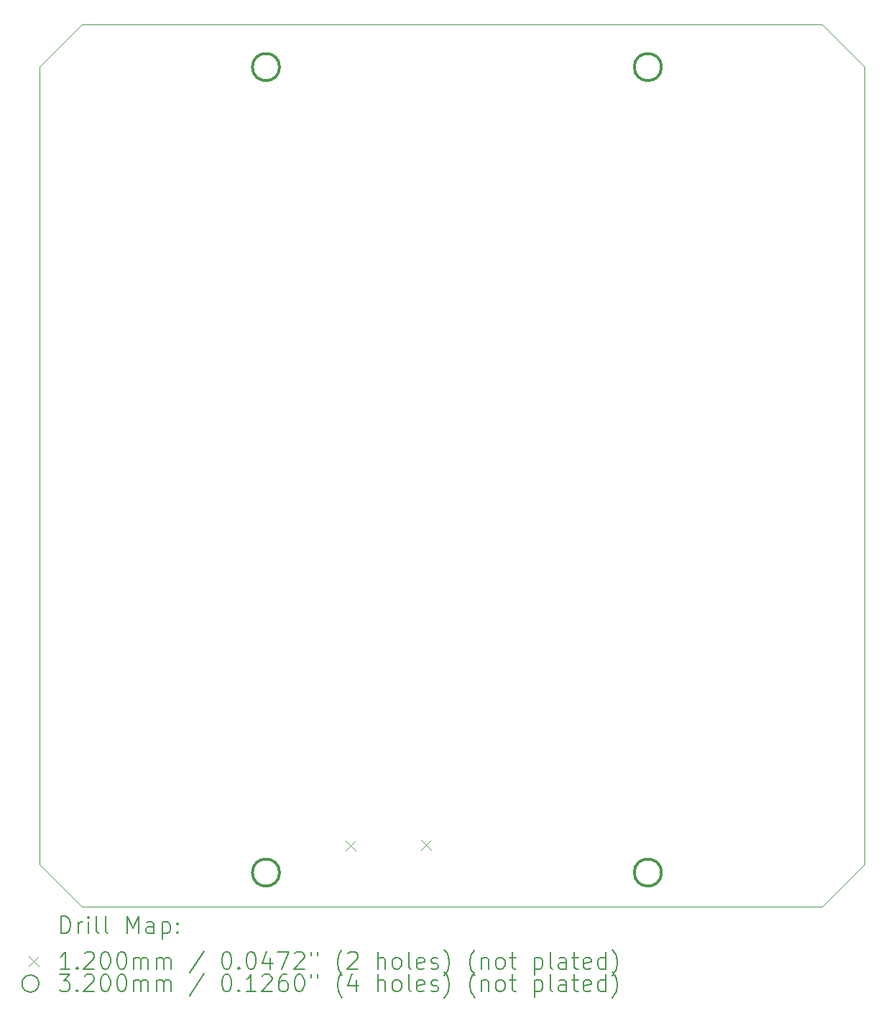
<source format=gbr>
%TF.GenerationSoftware,KiCad,Pcbnew,9.0.0*%
%TF.CreationDate,2025-04-21T19:14:22+01:00*%
%TF.ProjectId,LED_Hub,4c45445f-4875-4622-9e6b-696361645f70,rev?*%
%TF.SameCoordinates,Original*%
%TF.FileFunction,Drillmap*%
%TF.FilePolarity,Positive*%
%FSLAX45Y45*%
G04 Gerber Fmt 4.5, Leading zero omitted, Abs format (unit mm)*
G04 Created by KiCad (PCBNEW 9.0.0) date 2025-04-21 19:14:22*
%MOMM*%
%LPD*%
G01*
G04 APERTURE LIST*
%ADD10C,0.100000*%
%ADD11C,0.200000*%
%ADD12C,0.120000*%
%ADD13C,0.320000*%
G04 APERTURE END LIST*
D10*
X11580000Y-4000000D02*
X11080000Y-4500000D01*
X20300000Y-4000000D02*
X20800000Y-4500000D01*
X11580000Y-14400000D02*
X11080000Y-13900000D01*
X20300000Y-14400000D02*
X20800000Y-13900000D01*
X11080000Y-13900000D02*
X11080000Y-4500000D01*
X20800000Y-13900000D02*
X20800000Y-4500000D01*
X20300000Y-4000000D02*
X11580000Y-4000000D01*
X20300000Y-14400000D02*
X11580000Y-14400000D01*
D11*
D12*
X14687500Y-13622500D02*
X14807500Y-13742500D01*
X14807500Y-13622500D02*
X14687500Y-13742500D01*
X15575000Y-13615000D02*
X15695000Y-13735000D01*
X15695000Y-13615000D02*
X15575000Y-13735000D01*
D13*
X13910000Y-4500000D02*
G75*
G02*
X13590000Y-4500000I-160000J0D01*
G01*
X13590000Y-4500000D02*
G75*
G02*
X13910000Y-4500000I160000J0D01*
G01*
X13910000Y-14000000D02*
G75*
G02*
X13590000Y-14000000I-160000J0D01*
G01*
X13590000Y-14000000D02*
G75*
G02*
X13910000Y-14000000I160000J0D01*
G01*
X18410000Y-4500000D02*
G75*
G02*
X18090000Y-4500000I-160000J0D01*
G01*
X18090000Y-4500000D02*
G75*
G02*
X18410000Y-4500000I160000J0D01*
G01*
X18410000Y-14000000D02*
G75*
G02*
X18090000Y-14000000I-160000J0D01*
G01*
X18090000Y-14000000D02*
G75*
G02*
X18410000Y-14000000I160000J0D01*
G01*
D11*
X11335777Y-14716484D02*
X11335777Y-14516484D01*
X11335777Y-14516484D02*
X11383396Y-14516484D01*
X11383396Y-14516484D02*
X11411967Y-14526008D01*
X11411967Y-14526008D02*
X11431015Y-14545055D01*
X11431015Y-14545055D02*
X11440539Y-14564103D01*
X11440539Y-14564103D02*
X11450062Y-14602198D01*
X11450062Y-14602198D02*
X11450062Y-14630769D01*
X11450062Y-14630769D02*
X11440539Y-14668865D01*
X11440539Y-14668865D02*
X11431015Y-14687912D01*
X11431015Y-14687912D02*
X11411967Y-14706960D01*
X11411967Y-14706960D02*
X11383396Y-14716484D01*
X11383396Y-14716484D02*
X11335777Y-14716484D01*
X11535777Y-14716484D02*
X11535777Y-14583150D01*
X11535777Y-14621246D02*
X11545301Y-14602198D01*
X11545301Y-14602198D02*
X11554824Y-14592674D01*
X11554824Y-14592674D02*
X11573872Y-14583150D01*
X11573872Y-14583150D02*
X11592920Y-14583150D01*
X11659586Y-14716484D02*
X11659586Y-14583150D01*
X11659586Y-14516484D02*
X11650062Y-14526008D01*
X11650062Y-14526008D02*
X11659586Y-14535531D01*
X11659586Y-14535531D02*
X11669110Y-14526008D01*
X11669110Y-14526008D02*
X11659586Y-14516484D01*
X11659586Y-14516484D02*
X11659586Y-14535531D01*
X11783396Y-14716484D02*
X11764348Y-14706960D01*
X11764348Y-14706960D02*
X11754824Y-14687912D01*
X11754824Y-14687912D02*
X11754824Y-14516484D01*
X11888158Y-14716484D02*
X11869110Y-14706960D01*
X11869110Y-14706960D02*
X11859586Y-14687912D01*
X11859586Y-14687912D02*
X11859586Y-14516484D01*
X12116729Y-14716484D02*
X12116729Y-14516484D01*
X12116729Y-14516484D02*
X12183396Y-14659341D01*
X12183396Y-14659341D02*
X12250062Y-14516484D01*
X12250062Y-14516484D02*
X12250062Y-14716484D01*
X12431015Y-14716484D02*
X12431015Y-14611722D01*
X12431015Y-14611722D02*
X12421491Y-14592674D01*
X12421491Y-14592674D02*
X12402443Y-14583150D01*
X12402443Y-14583150D02*
X12364348Y-14583150D01*
X12364348Y-14583150D02*
X12345301Y-14592674D01*
X12431015Y-14706960D02*
X12411967Y-14716484D01*
X12411967Y-14716484D02*
X12364348Y-14716484D01*
X12364348Y-14716484D02*
X12345301Y-14706960D01*
X12345301Y-14706960D02*
X12335777Y-14687912D01*
X12335777Y-14687912D02*
X12335777Y-14668865D01*
X12335777Y-14668865D02*
X12345301Y-14649817D01*
X12345301Y-14649817D02*
X12364348Y-14640293D01*
X12364348Y-14640293D02*
X12411967Y-14640293D01*
X12411967Y-14640293D02*
X12431015Y-14630769D01*
X12526253Y-14583150D02*
X12526253Y-14783150D01*
X12526253Y-14592674D02*
X12545301Y-14583150D01*
X12545301Y-14583150D02*
X12583396Y-14583150D01*
X12583396Y-14583150D02*
X12602443Y-14592674D01*
X12602443Y-14592674D02*
X12611967Y-14602198D01*
X12611967Y-14602198D02*
X12621491Y-14621246D01*
X12621491Y-14621246D02*
X12621491Y-14678388D01*
X12621491Y-14678388D02*
X12611967Y-14697436D01*
X12611967Y-14697436D02*
X12602443Y-14706960D01*
X12602443Y-14706960D02*
X12583396Y-14716484D01*
X12583396Y-14716484D02*
X12545301Y-14716484D01*
X12545301Y-14716484D02*
X12526253Y-14706960D01*
X12707205Y-14697436D02*
X12716729Y-14706960D01*
X12716729Y-14706960D02*
X12707205Y-14716484D01*
X12707205Y-14716484D02*
X12697682Y-14706960D01*
X12697682Y-14706960D02*
X12707205Y-14697436D01*
X12707205Y-14697436D02*
X12707205Y-14716484D01*
X12707205Y-14592674D02*
X12716729Y-14602198D01*
X12716729Y-14602198D02*
X12707205Y-14611722D01*
X12707205Y-14611722D02*
X12697682Y-14602198D01*
X12697682Y-14602198D02*
X12707205Y-14592674D01*
X12707205Y-14592674D02*
X12707205Y-14611722D01*
D12*
X10955000Y-14985000D02*
X11075000Y-15105000D01*
X11075000Y-14985000D02*
X10955000Y-15105000D01*
D11*
X11440539Y-15136484D02*
X11326253Y-15136484D01*
X11383396Y-15136484D02*
X11383396Y-14936484D01*
X11383396Y-14936484D02*
X11364348Y-14965055D01*
X11364348Y-14965055D02*
X11345301Y-14984103D01*
X11345301Y-14984103D02*
X11326253Y-14993627D01*
X11526253Y-15117436D02*
X11535777Y-15126960D01*
X11535777Y-15126960D02*
X11526253Y-15136484D01*
X11526253Y-15136484D02*
X11516729Y-15126960D01*
X11516729Y-15126960D02*
X11526253Y-15117436D01*
X11526253Y-15117436D02*
X11526253Y-15136484D01*
X11611967Y-14955531D02*
X11621491Y-14946008D01*
X11621491Y-14946008D02*
X11640539Y-14936484D01*
X11640539Y-14936484D02*
X11688158Y-14936484D01*
X11688158Y-14936484D02*
X11707205Y-14946008D01*
X11707205Y-14946008D02*
X11716729Y-14955531D01*
X11716729Y-14955531D02*
X11726253Y-14974579D01*
X11726253Y-14974579D02*
X11726253Y-14993627D01*
X11726253Y-14993627D02*
X11716729Y-15022198D01*
X11716729Y-15022198D02*
X11602443Y-15136484D01*
X11602443Y-15136484D02*
X11726253Y-15136484D01*
X11850062Y-14936484D02*
X11869110Y-14936484D01*
X11869110Y-14936484D02*
X11888158Y-14946008D01*
X11888158Y-14946008D02*
X11897682Y-14955531D01*
X11897682Y-14955531D02*
X11907205Y-14974579D01*
X11907205Y-14974579D02*
X11916729Y-15012674D01*
X11916729Y-15012674D02*
X11916729Y-15060293D01*
X11916729Y-15060293D02*
X11907205Y-15098388D01*
X11907205Y-15098388D02*
X11897682Y-15117436D01*
X11897682Y-15117436D02*
X11888158Y-15126960D01*
X11888158Y-15126960D02*
X11869110Y-15136484D01*
X11869110Y-15136484D02*
X11850062Y-15136484D01*
X11850062Y-15136484D02*
X11831015Y-15126960D01*
X11831015Y-15126960D02*
X11821491Y-15117436D01*
X11821491Y-15117436D02*
X11811967Y-15098388D01*
X11811967Y-15098388D02*
X11802443Y-15060293D01*
X11802443Y-15060293D02*
X11802443Y-15012674D01*
X11802443Y-15012674D02*
X11811967Y-14974579D01*
X11811967Y-14974579D02*
X11821491Y-14955531D01*
X11821491Y-14955531D02*
X11831015Y-14946008D01*
X11831015Y-14946008D02*
X11850062Y-14936484D01*
X12040539Y-14936484D02*
X12059586Y-14936484D01*
X12059586Y-14936484D02*
X12078634Y-14946008D01*
X12078634Y-14946008D02*
X12088158Y-14955531D01*
X12088158Y-14955531D02*
X12097682Y-14974579D01*
X12097682Y-14974579D02*
X12107205Y-15012674D01*
X12107205Y-15012674D02*
X12107205Y-15060293D01*
X12107205Y-15060293D02*
X12097682Y-15098388D01*
X12097682Y-15098388D02*
X12088158Y-15117436D01*
X12088158Y-15117436D02*
X12078634Y-15126960D01*
X12078634Y-15126960D02*
X12059586Y-15136484D01*
X12059586Y-15136484D02*
X12040539Y-15136484D01*
X12040539Y-15136484D02*
X12021491Y-15126960D01*
X12021491Y-15126960D02*
X12011967Y-15117436D01*
X12011967Y-15117436D02*
X12002443Y-15098388D01*
X12002443Y-15098388D02*
X11992920Y-15060293D01*
X11992920Y-15060293D02*
X11992920Y-15012674D01*
X11992920Y-15012674D02*
X12002443Y-14974579D01*
X12002443Y-14974579D02*
X12011967Y-14955531D01*
X12011967Y-14955531D02*
X12021491Y-14946008D01*
X12021491Y-14946008D02*
X12040539Y-14936484D01*
X12192920Y-15136484D02*
X12192920Y-15003150D01*
X12192920Y-15022198D02*
X12202443Y-15012674D01*
X12202443Y-15012674D02*
X12221491Y-15003150D01*
X12221491Y-15003150D02*
X12250063Y-15003150D01*
X12250063Y-15003150D02*
X12269110Y-15012674D01*
X12269110Y-15012674D02*
X12278634Y-15031722D01*
X12278634Y-15031722D02*
X12278634Y-15136484D01*
X12278634Y-15031722D02*
X12288158Y-15012674D01*
X12288158Y-15012674D02*
X12307205Y-15003150D01*
X12307205Y-15003150D02*
X12335777Y-15003150D01*
X12335777Y-15003150D02*
X12354824Y-15012674D01*
X12354824Y-15012674D02*
X12364348Y-15031722D01*
X12364348Y-15031722D02*
X12364348Y-15136484D01*
X12459586Y-15136484D02*
X12459586Y-15003150D01*
X12459586Y-15022198D02*
X12469110Y-15012674D01*
X12469110Y-15012674D02*
X12488158Y-15003150D01*
X12488158Y-15003150D02*
X12516729Y-15003150D01*
X12516729Y-15003150D02*
X12535777Y-15012674D01*
X12535777Y-15012674D02*
X12545301Y-15031722D01*
X12545301Y-15031722D02*
X12545301Y-15136484D01*
X12545301Y-15031722D02*
X12554824Y-15012674D01*
X12554824Y-15012674D02*
X12573872Y-15003150D01*
X12573872Y-15003150D02*
X12602443Y-15003150D01*
X12602443Y-15003150D02*
X12621491Y-15012674D01*
X12621491Y-15012674D02*
X12631015Y-15031722D01*
X12631015Y-15031722D02*
X12631015Y-15136484D01*
X13021491Y-14926960D02*
X12850063Y-15184103D01*
X13278634Y-14936484D02*
X13297682Y-14936484D01*
X13297682Y-14936484D02*
X13316729Y-14946008D01*
X13316729Y-14946008D02*
X13326253Y-14955531D01*
X13326253Y-14955531D02*
X13335777Y-14974579D01*
X13335777Y-14974579D02*
X13345301Y-15012674D01*
X13345301Y-15012674D02*
X13345301Y-15060293D01*
X13345301Y-15060293D02*
X13335777Y-15098388D01*
X13335777Y-15098388D02*
X13326253Y-15117436D01*
X13326253Y-15117436D02*
X13316729Y-15126960D01*
X13316729Y-15126960D02*
X13297682Y-15136484D01*
X13297682Y-15136484D02*
X13278634Y-15136484D01*
X13278634Y-15136484D02*
X13259586Y-15126960D01*
X13259586Y-15126960D02*
X13250063Y-15117436D01*
X13250063Y-15117436D02*
X13240539Y-15098388D01*
X13240539Y-15098388D02*
X13231015Y-15060293D01*
X13231015Y-15060293D02*
X13231015Y-15012674D01*
X13231015Y-15012674D02*
X13240539Y-14974579D01*
X13240539Y-14974579D02*
X13250063Y-14955531D01*
X13250063Y-14955531D02*
X13259586Y-14946008D01*
X13259586Y-14946008D02*
X13278634Y-14936484D01*
X13431015Y-15117436D02*
X13440539Y-15126960D01*
X13440539Y-15126960D02*
X13431015Y-15136484D01*
X13431015Y-15136484D02*
X13421491Y-15126960D01*
X13421491Y-15126960D02*
X13431015Y-15117436D01*
X13431015Y-15117436D02*
X13431015Y-15136484D01*
X13564348Y-14936484D02*
X13583396Y-14936484D01*
X13583396Y-14936484D02*
X13602444Y-14946008D01*
X13602444Y-14946008D02*
X13611967Y-14955531D01*
X13611967Y-14955531D02*
X13621491Y-14974579D01*
X13621491Y-14974579D02*
X13631015Y-15012674D01*
X13631015Y-15012674D02*
X13631015Y-15060293D01*
X13631015Y-15060293D02*
X13621491Y-15098388D01*
X13621491Y-15098388D02*
X13611967Y-15117436D01*
X13611967Y-15117436D02*
X13602444Y-15126960D01*
X13602444Y-15126960D02*
X13583396Y-15136484D01*
X13583396Y-15136484D02*
X13564348Y-15136484D01*
X13564348Y-15136484D02*
X13545301Y-15126960D01*
X13545301Y-15126960D02*
X13535777Y-15117436D01*
X13535777Y-15117436D02*
X13526253Y-15098388D01*
X13526253Y-15098388D02*
X13516729Y-15060293D01*
X13516729Y-15060293D02*
X13516729Y-15012674D01*
X13516729Y-15012674D02*
X13526253Y-14974579D01*
X13526253Y-14974579D02*
X13535777Y-14955531D01*
X13535777Y-14955531D02*
X13545301Y-14946008D01*
X13545301Y-14946008D02*
X13564348Y-14936484D01*
X13802444Y-15003150D02*
X13802444Y-15136484D01*
X13754825Y-14926960D02*
X13707206Y-15069817D01*
X13707206Y-15069817D02*
X13831015Y-15069817D01*
X13888158Y-14936484D02*
X14021491Y-14936484D01*
X14021491Y-14936484D02*
X13935777Y-15136484D01*
X14088158Y-14955531D02*
X14097682Y-14946008D01*
X14097682Y-14946008D02*
X14116729Y-14936484D01*
X14116729Y-14936484D02*
X14164348Y-14936484D01*
X14164348Y-14936484D02*
X14183396Y-14946008D01*
X14183396Y-14946008D02*
X14192920Y-14955531D01*
X14192920Y-14955531D02*
X14202444Y-14974579D01*
X14202444Y-14974579D02*
X14202444Y-14993627D01*
X14202444Y-14993627D02*
X14192920Y-15022198D01*
X14192920Y-15022198D02*
X14078634Y-15136484D01*
X14078634Y-15136484D02*
X14202444Y-15136484D01*
X14278634Y-14936484D02*
X14278634Y-14974579D01*
X14354825Y-14936484D02*
X14354825Y-14974579D01*
X14650063Y-15212674D02*
X14640539Y-15203150D01*
X14640539Y-15203150D02*
X14621491Y-15174579D01*
X14621491Y-15174579D02*
X14611968Y-15155531D01*
X14611968Y-15155531D02*
X14602444Y-15126960D01*
X14602444Y-15126960D02*
X14592920Y-15079341D01*
X14592920Y-15079341D02*
X14592920Y-15041246D01*
X14592920Y-15041246D02*
X14602444Y-14993627D01*
X14602444Y-14993627D02*
X14611968Y-14965055D01*
X14611968Y-14965055D02*
X14621491Y-14946008D01*
X14621491Y-14946008D02*
X14640539Y-14917436D01*
X14640539Y-14917436D02*
X14650063Y-14907912D01*
X14716729Y-14955531D02*
X14726253Y-14946008D01*
X14726253Y-14946008D02*
X14745301Y-14936484D01*
X14745301Y-14936484D02*
X14792920Y-14936484D01*
X14792920Y-14936484D02*
X14811968Y-14946008D01*
X14811968Y-14946008D02*
X14821491Y-14955531D01*
X14821491Y-14955531D02*
X14831015Y-14974579D01*
X14831015Y-14974579D02*
X14831015Y-14993627D01*
X14831015Y-14993627D02*
X14821491Y-15022198D01*
X14821491Y-15022198D02*
X14707206Y-15136484D01*
X14707206Y-15136484D02*
X14831015Y-15136484D01*
X15069110Y-15136484D02*
X15069110Y-14936484D01*
X15154825Y-15136484D02*
X15154825Y-15031722D01*
X15154825Y-15031722D02*
X15145301Y-15012674D01*
X15145301Y-15012674D02*
X15126253Y-15003150D01*
X15126253Y-15003150D02*
X15097682Y-15003150D01*
X15097682Y-15003150D02*
X15078634Y-15012674D01*
X15078634Y-15012674D02*
X15069110Y-15022198D01*
X15278634Y-15136484D02*
X15259587Y-15126960D01*
X15259587Y-15126960D02*
X15250063Y-15117436D01*
X15250063Y-15117436D02*
X15240539Y-15098388D01*
X15240539Y-15098388D02*
X15240539Y-15041246D01*
X15240539Y-15041246D02*
X15250063Y-15022198D01*
X15250063Y-15022198D02*
X15259587Y-15012674D01*
X15259587Y-15012674D02*
X15278634Y-15003150D01*
X15278634Y-15003150D02*
X15307206Y-15003150D01*
X15307206Y-15003150D02*
X15326253Y-15012674D01*
X15326253Y-15012674D02*
X15335777Y-15022198D01*
X15335777Y-15022198D02*
X15345301Y-15041246D01*
X15345301Y-15041246D02*
X15345301Y-15098388D01*
X15345301Y-15098388D02*
X15335777Y-15117436D01*
X15335777Y-15117436D02*
X15326253Y-15126960D01*
X15326253Y-15126960D02*
X15307206Y-15136484D01*
X15307206Y-15136484D02*
X15278634Y-15136484D01*
X15459587Y-15136484D02*
X15440539Y-15126960D01*
X15440539Y-15126960D02*
X15431015Y-15107912D01*
X15431015Y-15107912D02*
X15431015Y-14936484D01*
X15611968Y-15126960D02*
X15592920Y-15136484D01*
X15592920Y-15136484D02*
X15554825Y-15136484D01*
X15554825Y-15136484D02*
X15535777Y-15126960D01*
X15535777Y-15126960D02*
X15526253Y-15107912D01*
X15526253Y-15107912D02*
X15526253Y-15031722D01*
X15526253Y-15031722D02*
X15535777Y-15012674D01*
X15535777Y-15012674D02*
X15554825Y-15003150D01*
X15554825Y-15003150D02*
X15592920Y-15003150D01*
X15592920Y-15003150D02*
X15611968Y-15012674D01*
X15611968Y-15012674D02*
X15621491Y-15031722D01*
X15621491Y-15031722D02*
X15621491Y-15050769D01*
X15621491Y-15050769D02*
X15526253Y-15069817D01*
X15697682Y-15126960D02*
X15716730Y-15136484D01*
X15716730Y-15136484D02*
X15754825Y-15136484D01*
X15754825Y-15136484D02*
X15773872Y-15126960D01*
X15773872Y-15126960D02*
X15783396Y-15107912D01*
X15783396Y-15107912D02*
X15783396Y-15098388D01*
X15783396Y-15098388D02*
X15773872Y-15079341D01*
X15773872Y-15079341D02*
X15754825Y-15069817D01*
X15754825Y-15069817D02*
X15726253Y-15069817D01*
X15726253Y-15069817D02*
X15707206Y-15060293D01*
X15707206Y-15060293D02*
X15697682Y-15041246D01*
X15697682Y-15041246D02*
X15697682Y-15031722D01*
X15697682Y-15031722D02*
X15707206Y-15012674D01*
X15707206Y-15012674D02*
X15726253Y-15003150D01*
X15726253Y-15003150D02*
X15754825Y-15003150D01*
X15754825Y-15003150D02*
X15773872Y-15012674D01*
X15850063Y-15212674D02*
X15859587Y-15203150D01*
X15859587Y-15203150D02*
X15878634Y-15174579D01*
X15878634Y-15174579D02*
X15888158Y-15155531D01*
X15888158Y-15155531D02*
X15897682Y-15126960D01*
X15897682Y-15126960D02*
X15907206Y-15079341D01*
X15907206Y-15079341D02*
X15907206Y-15041246D01*
X15907206Y-15041246D02*
X15897682Y-14993627D01*
X15897682Y-14993627D02*
X15888158Y-14965055D01*
X15888158Y-14965055D02*
X15878634Y-14946008D01*
X15878634Y-14946008D02*
X15859587Y-14917436D01*
X15859587Y-14917436D02*
X15850063Y-14907912D01*
X16211968Y-15212674D02*
X16202444Y-15203150D01*
X16202444Y-15203150D02*
X16183396Y-15174579D01*
X16183396Y-15174579D02*
X16173872Y-15155531D01*
X16173872Y-15155531D02*
X16164349Y-15126960D01*
X16164349Y-15126960D02*
X16154825Y-15079341D01*
X16154825Y-15079341D02*
X16154825Y-15041246D01*
X16154825Y-15041246D02*
X16164349Y-14993627D01*
X16164349Y-14993627D02*
X16173872Y-14965055D01*
X16173872Y-14965055D02*
X16183396Y-14946008D01*
X16183396Y-14946008D02*
X16202444Y-14917436D01*
X16202444Y-14917436D02*
X16211968Y-14907912D01*
X16288158Y-15003150D02*
X16288158Y-15136484D01*
X16288158Y-15022198D02*
X16297682Y-15012674D01*
X16297682Y-15012674D02*
X16316730Y-15003150D01*
X16316730Y-15003150D02*
X16345301Y-15003150D01*
X16345301Y-15003150D02*
X16364349Y-15012674D01*
X16364349Y-15012674D02*
X16373872Y-15031722D01*
X16373872Y-15031722D02*
X16373872Y-15136484D01*
X16497682Y-15136484D02*
X16478634Y-15126960D01*
X16478634Y-15126960D02*
X16469111Y-15117436D01*
X16469111Y-15117436D02*
X16459587Y-15098388D01*
X16459587Y-15098388D02*
X16459587Y-15041246D01*
X16459587Y-15041246D02*
X16469111Y-15022198D01*
X16469111Y-15022198D02*
X16478634Y-15012674D01*
X16478634Y-15012674D02*
X16497682Y-15003150D01*
X16497682Y-15003150D02*
X16526253Y-15003150D01*
X16526253Y-15003150D02*
X16545301Y-15012674D01*
X16545301Y-15012674D02*
X16554825Y-15022198D01*
X16554825Y-15022198D02*
X16564349Y-15041246D01*
X16564349Y-15041246D02*
X16564349Y-15098388D01*
X16564349Y-15098388D02*
X16554825Y-15117436D01*
X16554825Y-15117436D02*
X16545301Y-15126960D01*
X16545301Y-15126960D02*
X16526253Y-15136484D01*
X16526253Y-15136484D02*
X16497682Y-15136484D01*
X16621492Y-15003150D02*
X16697682Y-15003150D01*
X16650063Y-14936484D02*
X16650063Y-15107912D01*
X16650063Y-15107912D02*
X16659587Y-15126960D01*
X16659587Y-15126960D02*
X16678634Y-15136484D01*
X16678634Y-15136484D02*
X16697682Y-15136484D01*
X16916730Y-15003150D02*
X16916730Y-15203150D01*
X16916730Y-15012674D02*
X16935777Y-15003150D01*
X16935777Y-15003150D02*
X16973873Y-15003150D01*
X16973873Y-15003150D02*
X16992920Y-15012674D01*
X16992920Y-15012674D02*
X17002444Y-15022198D01*
X17002444Y-15022198D02*
X17011968Y-15041246D01*
X17011968Y-15041246D02*
X17011968Y-15098388D01*
X17011968Y-15098388D02*
X17002444Y-15117436D01*
X17002444Y-15117436D02*
X16992920Y-15126960D01*
X16992920Y-15126960D02*
X16973873Y-15136484D01*
X16973873Y-15136484D02*
X16935777Y-15136484D01*
X16935777Y-15136484D02*
X16916730Y-15126960D01*
X17126254Y-15136484D02*
X17107206Y-15126960D01*
X17107206Y-15126960D02*
X17097682Y-15107912D01*
X17097682Y-15107912D02*
X17097682Y-14936484D01*
X17288158Y-15136484D02*
X17288158Y-15031722D01*
X17288158Y-15031722D02*
X17278635Y-15012674D01*
X17278635Y-15012674D02*
X17259587Y-15003150D01*
X17259587Y-15003150D02*
X17221492Y-15003150D01*
X17221492Y-15003150D02*
X17202444Y-15012674D01*
X17288158Y-15126960D02*
X17269111Y-15136484D01*
X17269111Y-15136484D02*
X17221492Y-15136484D01*
X17221492Y-15136484D02*
X17202444Y-15126960D01*
X17202444Y-15126960D02*
X17192920Y-15107912D01*
X17192920Y-15107912D02*
X17192920Y-15088865D01*
X17192920Y-15088865D02*
X17202444Y-15069817D01*
X17202444Y-15069817D02*
X17221492Y-15060293D01*
X17221492Y-15060293D02*
X17269111Y-15060293D01*
X17269111Y-15060293D02*
X17288158Y-15050769D01*
X17354825Y-15003150D02*
X17431015Y-15003150D01*
X17383396Y-14936484D02*
X17383396Y-15107912D01*
X17383396Y-15107912D02*
X17392920Y-15126960D01*
X17392920Y-15126960D02*
X17411968Y-15136484D01*
X17411968Y-15136484D02*
X17431015Y-15136484D01*
X17573873Y-15126960D02*
X17554825Y-15136484D01*
X17554825Y-15136484D02*
X17516730Y-15136484D01*
X17516730Y-15136484D02*
X17497682Y-15126960D01*
X17497682Y-15126960D02*
X17488158Y-15107912D01*
X17488158Y-15107912D02*
X17488158Y-15031722D01*
X17488158Y-15031722D02*
X17497682Y-15012674D01*
X17497682Y-15012674D02*
X17516730Y-15003150D01*
X17516730Y-15003150D02*
X17554825Y-15003150D01*
X17554825Y-15003150D02*
X17573873Y-15012674D01*
X17573873Y-15012674D02*
X17583396Y-15031722D01*
X17583396Y-15031722D02*
X17583396Y-15050769D01*
X17583396Y-15050769D02*
X17488158Y-15069817D01*
X17754825Y-15136484D02*
X17754825Y-14936484D01*
X17754825Y-15126960D02*
X17735777Y-15136484D01*
X17735777Y-15136484D02*
X17697682Y-15136484D01*
X17697682Y-15136484D02*
X17678635Y-15126960D01*
X17678635Y-15126960D02*
X17669111Y-15117436D01*
X17669111Y-15117436D02*
X17659587Y-15098388D01*
X17659587Y-15098388D02*
X17659587Y-15041246D01*
X17659587Y-15041246D02*
X17669111Y-15022198D01*
X17669111Y-15022198D02*
X17678635Y-15012674D01*
X17678635Y-15012674D02*
X17697682Y-15003150D01*
X17697682Y-15003150D02*
X17735777Y-15003150D01*
X17735777Y-15003150D02*
X17754825Y-15012674D01*
X17831016Y-15212674D02*
X17840539Y-15203150D01*
X17840539Y-15203150D02*
X17859587Y-15174579D01*
X17859587Y-15174579D02*
X17869111Y-15155531D01*
X17869111Y-15155531D02*
X17878635Y-15126960D01*
X17878635Y-15126960D02*
X17888158Y-15079341D01*
X17888158Y-15079341D02*
X17888158Y-15041246D01*
X17888158Y-15041246D02*
X17878635Y-14993627D01*
X17878635Y-14993627D02*
X17869111Y-14965055D01*
X17869111Y-14965055D02*
X17859587Y-14946008D01*
X17859587Y-14946008D02*
X17840539Y-14917436D01*
X17840539Y-14917436D02*
X17831016Y-14907912D01*
X11075000Y-15309000D02*
G75*
G02*
X10875000Y-15309000I-100000J0D01*
G01*
X10875000Y-15309000D02*
G75*
G02*
X11075000Y-15309000I100000J0D01*
G01*
X11316729Y-15200484D02*
X11440539Y-15200484D01*
X11440539Y-15200484D02*
X11373872Y-15276674D01*
X11373872Y-15276674D02*
X11402443Y-15276674D01*
X11402443Y-15276674D02*
X11421491Y-15286198D01*
X11421491Y-15286198D02*
X11431015Y-15295722D01*
X11431015Y-15295722D02*
X11440539Y-15314769D01*
X11440539Y-15314769D02*
X11440539Y-15362388D01*
X11440539Y-15362388D02*
X11431015Y-15381436D01*
X11431015Y-15381436D02*
X11421491Y-15390960D01*
X11421491Y-15390960D02*
X11402443Y-15400484D01*
X11402443Y-15400484D02*
X11345301Y-15400484D01*
X11345301Y-15400484D02*
X11326253Y-15390960D01*
X11326253Y-15390960D02*
X11316729Y-15381436D01*
X11526253Y-15381436D02*
X11535777Y-15390960D01*
X11535777Y-15390960D02*
X11526253Y-15400484D01*
X11526253Y-15400484D02*
X11516729Y-15390960D01*
X11516729Y-15390960D02*
X11526253Y-15381436D01*
X11526253Y-15381436D02*
X11526253Y-15400484D01*
X11611967Y-15219531D02*
X11621491Y-15210008D01*
X11621491Y-15210008D02*
X11640539Y-15200484D01*
X11640539Y-15200484D02*
X11688158Y-15200484D01*
X11688158Y-15200484D02*
X11707205Y-15210008D01*
X11707205Y-15210008D02*
X11716729Y-15219531D01*
X11716729Y-15219531D02*
X11726253Y-15238579D01*
X11726253Y-15238579D02*
X11726253Y-15257627D01*
X11726253Y-15257627D02*
X11716729Y-15286198D01*
X11716729Y-15286198D02*
X11602443Y-15400484D01*
X11602443Y-15400484D02*
X11726253Y-15400484D01*
X11850062Y-15200484D02*
X11869110Y-15200484D01*
X11869110Y-15200484D02*
X11888158Y-15210008D01*
X11888158Y-15210008D02*
X11897682Y-15219531D01*
X11897682Y-15219531D02*
X11907205Y-15238579D01*
X11907205Y-15238579D02*
X11916729Y-15276674D01*
X11916729Y-15276674D02*
X11916729Y-15324293D01*
X11916729Y-15324293D02*
X11907205Y-15362388D01*
X11907205Y-15362388D02*
X11897682Y-15381436D01*
X11897682Y-15381436D02*
X11888158Y-15390960D01*
X11888158Y-15390960D02*
X11869110Y-15400484D01*
X11869110Y-15400484D02*
X11850062Y-15400484D01*
X11850062Y-15400484D02*
X11831015Y-15390960D01*
X11831015Y-15390960D02*
X11821491Y-15381436D01*
X11821491Y-15381436D02*
X11811967Y-15362388D01*
X11811967Y-15362388D02*
X11802443Y-15324293D01*
X11802443Y-15324293D02*
X11802443Y-15276674D01*
X11802443Y-15276674D02*
X11811967Y-15238579D01*
X11811967Y-15238579D02*
X11821491Y-15219531D01*
X11821491Y-15219531D02*
X11831015Y-15210008D01*
X11831015Y-15210008D02*
X11850062Y-15200484D01*
X12040539Y-15200484D02*
X12059586Y-15200484D01*
X12059586Y-15200484D02*
X12078634Y-15210008D01*
X12078634Y-15210008D02*
X12088158Y-15219531D01*
X12088158Y-15219531D02*
X12097682Y-15238579D01*
X12097682Y-15238579D02*
X12107205Y-15276674D01*
X12107205Y-15276674D02*
X12107205Y-15324293D01*
X12107205Y-15324293D02*
X12097682Y-15362388D01*
X12097682Y-15362388D02*
X12088158Y-15381436D01*
X12088158Y-15381436D02*
X12078634Y-15390960D01*
X12078634Y-15390960D02*
X12059586Y-15400484D01*
X12059586Y-15400484D02*
X12040539Y-15400484D01*
X12040539Y-15400484D02*
X12021491Y-15390960D01*
X12021491Y-15390960D02*
X12011967Y-15381436D01*
X12011967Y-15381436D02*
X12002443Y-15362388D01*
X12002443Y-15362388D02*
X11992920Y-15324293D01*
X11992920Y-15324293D02*
X11992920Y-15276674D01*
X11992920Y-15276674D02*
X12002443Y-15238579D01*
X12002443Y-15238579D02*
X12011967Y-15219531D01*
X12011967Y-15219531D02*
X12021491Y-15210008D01*
X12021491Y-15210008D02*
X12040539Y-15200484D01*
X12192920Y-15400484D02*
X12192920Y-15267150D01*
X12192920Y-15286198D02*
X12202443Y-15276674D01*
X12202443Y-15276674D02*
X12221491Y-15267150D01*
X12221491Y-15267150D02*
X12250063Y-15267150D01*
X12250063Y-15267150D02*
X12269110Y-15276674D01*
X12269110Y-15276674D02*
X12278634Y-15295722D01*
X12278634Y-15295722D02*
X12278634Y-15400484D01*
X12278634Y-15295722D02*
X12288158Y-15276674D01*
X12288158Y-15276674D02*
X12307205Y-15267150D01*
X12307205Y-15267150D02*
X12335777Y-15267150D01*
X12335777Y-15267150D02*
X12354824Y-15276674D01*
X12354824Y-15276674D02*
X12364348Y-15295722D01*
X12364348Y-15295722D02*
X12364348Y-15400484D01*
X12459586Y-15400484D02*
X12459586Y-15267150D01*
X12459586Y-15286198D02*
X12469110Y-15276674D01*
X12469110Y-15276674D02*
X12488158Y-15267150D01*
X12488158Y-15267150D02*
X12516729Y-15267150D01*
X12516729Y-15267150D02*
X12535777Y-15276674D01*
X12535777Y-15276674D02*
X12545301Y-15295722D01*
X12545301Y-15295722D02*
X12545301Y-15400484D01*
X12545301Y-15295722D02*
X12554824Y-15276674D01*
X12554824Y-15276674D02*
X12573872Y-15267150D01*
X12573872Y-15267150D02*
X12602443Y-15267150D01*
X12602443Y-15267150D02*
X12621491Y-15276674D01*
X12621491Y-15276674D02*
X12631015Y-15295722D01*
X12631015Y-15295722D02*
X12631015Y-15400484D01*
X13021491Y-15190960D02*
X12850063Y-15448103D01*
X13278634Y-15200484D02*
X13297682Y-15200484D01*
X13297682Y-15200484D02*
X13316729Y-15210008D01*
X13316729Y-15210008D02*
X13326253Y-15219531D01*
X13326253Y-15219531D02*
X13335777Y-15238579D01*
X13335777Y-15238579D02*
X13345301Y-15276674D01*
X13345301Y-15276674D02*
X13345301Y-15324293D01*
X13345301Y-15324293D02*
X13335777Y-15362388D01*
X13335777Y-15362388D02*
X13326253Y-15381436D01*
X13326253Y-15381436D02*
X13316729Y-15390960D01*
X13316729Y-15390960D02*
X13297682Y-15400484D01*
X13297682Y-15400484D02*
X13278634Y-15400484D01*
X13278634Y-15400484D02*
X13259586Y-15390960D01*
X13259586Y-15390960D02*
X13250063Y-15381436D01*
X13250063Y-15381436D02*
X13240539Y-15362388D01*
X13240539Y-15362388D02*
X13231015Y-15324293D01*
X13231015Y-15324293D02*
X13231015Y-15276674D01*
X13231015Y-15276674D02*
X13240539Y-15238579D01*
X13240539Y-15238579D02*
X13250063Y-15219531D01*
X13250063Y-15219531D02*
X13259586Y-15210008D01*
X13259586Y-15210008D02*
X13278634Y-15200484D01*
X13431015Y-15381436D02*
X13440539Y-15390960D01*
X13440539Y-15390960D02*
X13431015Y-15400484D01*
X13431015Y-15400484D02*
X13421491Y-15390960D01*
X13421491Y-15390960D02*
X13431015Y-15381436D01*
X13431015Y-15381436D02*
X13431015Y-15400484D01*
X13631015Y-15400484D02*
X13516729Y-15400484D01*
X13573872Y-15400484D02*
X13573872Y-15200484D01*
X13573872Y-15200484D02*
X13554825Y-15229055D01*
X13554825Y-15229055D02*
X13535777Y-15248103D01*
X13535777Y-15248103D02*
X13516729Y-15257627D01*
X13707206Y-15219531D02*
X13716729Y-15210008D01*
X13716729Y-15210008D02*
X13735777Y-15200484D01*
X13735777Y-15200484D02*
X13783396Y-15200484D01*
X13783396Y-15200484D02*
X13802444Y-15210008D01*
X13802444Y-15210008D02*
X13811967Y-15219531D01*
X13811967Y-15219531D02*
X13821491Y-15238579D01*
X13821491Y-15238579D02*
X13821491Y-15257627D01*
X13821491Y-15257627D02*
X13811967Y-15286198D01*
X13811967Y-15286198D02*
X13697682Y-15400484D01*
X13697682Y-15400484D02*
X13821491Y-15400484D01*
X13992920Y-15200484D02*
X13954825Y-15200484D01*
X13954825Y-15200484D02*
X13935777Y-15210008D01*
X13935777Y-15210008D02*
X13926253Y-15219531D01*
X13926253Y-15219531D02*
X13907206Y-15248103D01*
X13907206Y-15248103D02*
X13897682Y-15286198D01*
X13897682Y-15286198D02*
X13897682Y-15362388D01*
X13897682Y-15362388D02*
X13907206Y-15381436D01*
X13907206Y-15381436D02*
X13916729Y-15390960D01*
X13916729Y-15390960D02*
X13935777Y-15400484D01*
X13935777Y-15400484D02*
X13973872Y-15400484D01*
X13973872Y-15400484D02*
X13992920Y-15390960D01*
X13992920Y-15390960D02*
X14002444Y-15381436D01*
X14002444Y-15381436D02*
X14011967Y-15362388D01*
X14011967Y-15362388D02*
X14011967Y-15314769D01*
X14011967Y-15314769D02*
X14002444Y-15295722D01*
X14002444Y-15295722D02*
X13992920Y-15286198D01*
X13992920Y-15286198D02*
X13973872Y-15276674D01*
X13973872Y-15276674D02*
X13935777Y-15276674D01*
X13935777Y-15276674D02*
X13916729Y-15286198D01*
X13916729Y-15286198D02*
X13907206Y-15295722D01*
X13907206Y-15295722D02*
X13897682Y-15314769D01*
X14135777Y-15200484D02*
X14154825Y-15200484D01*
X14154825Y-15200484D02*
X14173872Y-15210008D01*
X14173872Y-15210008D02*
X14183396Y-15219531D01*
X14183396Y-15219531D02*
X14192920Y-15238579D01*
X14192920Y-15238579D02*
X14202444Y-15276674D01*
X14202444Y-15276674D02*
X14202444Y-15324293D01*
X14202444Y-15324293D02*
X14192920Y-15362388D01*
X14192920Y-15362388D02*
X14183396Y-15381436D01*
X14183396Y-15381436D02*
X14173872Y-15390960D01*
X14173872Y-15390960D02*
X14154825Y-15400484D01*
X14154825Y-15400484D02*
X14135777Y-15400484D01*
X14135777Y-15400484D02*
X14116729Y-15390960D01*
X14116729Y-15390960D02*
X14107206Y-15381436D01*
X14107206Y-15381436D02*
X14097682Y-15362388D01*
X14097682Y-15362388D02*
X14088158Y-15324293D01*
X14088158Y-15324293D02*
X14088158Y-15276674D01*
X14088158Y-15276674D02*
X14097682Y-15238579D01*
X14097682Y-15238579D02*
X14107206Y-15219531D01*
X14107206Y-15219531D02*
X14116729Y-15210008D01*
X14116729Y-15210008D02*
X14135777Y-15200484D01*
X14278634Y-15200484D02*
X14278634Y-15238579D01*
X14354825Y-15200484D02*
X14354825Y-15238579D01*
X14650063Y-15476674D02*
X14640539Y-15467150D01*
X14640539Y-15467150D02*
X14621491Y-15438579D01*
X14621491Y-15438579D02*
X14611968Y-15419531D01*
X14611968Y-15419531D02*
X14602444Y-15390960D01*
X14602444Y-15390960D02*
X14592920Y-15343341D01*
X14592920Y-15343341D02*
X14592920Y-15305246D01*
X14592920Y-15305246D02*
X14602444Y-15257627D01*
X14602444Y-15257627D02*
X14611968Y-15229055D01*
X14611968Y-15229055D02*
X14621491Y-15210008D01*
X14621491Y-15210008D02*
X14640539Y-15181436D01*
X14640539Y-15181436D02*
X14650063Y-15171912D01*
X14811968Y-15267150D02*
X14811968Y-15400484D01*
X14764348Y-15190960D02*
X14716729Y-15333817D01*
X14716729Y-15333817D02*
X14840539Y-15333817D01*
X15069110Y-15400484D02*
X15069110Y-15200484D01*
X15154825Y-15400484D02*
X15154825Y-15295722D01*
X15154825Y-15295722D02*
X15145301Y-15276674D01*
X15145301Y-15276674D02*
X15126253Y-15267150D01*
X15126253Y-15267150D02*
X15097682Y-15267150D01*
X15097682Y-15267150D02*
X15078634Y-15276674D01*
X15078634Y-15276674D02*
X15069110Y-15286198D01*
X15278634Y-15400484D02*
X15259587Y-15390960D01*
X15259587Y-15390960D02*
X15250063Y-15381436D01*
X15250063Y-15381436D02*
X15240539Y-15362388D01*
X15240539Y-15362388D02*
X15240539Y-15305246D01*
X15240539Y-15305246D02*
X15250063Y-15286198D01*
X15250063Y-15286198D02*
X15259587Y-15276674D01*
X15259587Y-15276674D02*
X15278634Y-15267150D01*
X15278634Y-15267150D02*
X15307206Y-15267150D01*
X15307206Y-15267150D02*
X15326253Y-15276674D01*
X15326253Y-15276674D02*
X15335777Y-15286198D01*
X15335777Y-15286198D02*
X15345301Y-15305246D01*
X15345301Y-15305246D02*
X15345301Y-15362388D01*
X15345301Y-15362388D02*
X15335777Y-15381436D01*
X15335777Y-15381436D02*
X15326253Y-15390960D01*
X15326253Y-15390960D02*
X15307206Y-15400484D01*
X15307206Y-15400484D02*
X15278634Y-15400484D01*
X15459587Y-15400484D02*
X15440539Y-15390960D01*
X15440539Y-15390960D02*
X15431015Y-15371912D01*
X15431015Y-15371912D02*
X15431015Y-15200484D01*
X15611968Y-15390960D02*
X15592920Y-15400484D01*
X15592920Y-15400484D02*
X15554825Y-15400484D01*
X15554825Y-15400484D02*
X15535777Y-15390960D01*
X15535777Y-15390960D02*
X15526253Y-15371912D01*
X15526253Y-15371912D02*
X15526253Y-15295722D01*
X15526253Y-15295722D02*
X15535777Y-15276674D01*
X15535777Y-15276674D02*
X15554825Y-15267150D01*
X15554825Y-15267150D02*
X15592920Y-15267150D01*
X15592920Y-15267150D02*
X15611968Y-15276674D01*
X15611968Y-15276674D02*
X15621491Y-15295722D01*
X15621491Y-15295722D02*
X15621491Y-15314769D01*
X15621491Y-15314769D02*
X15526253Y-15333817D01*
X15697682Y-15390960D02*
X15716730Y-15400484D01*
X15716730Y-15400484D02*
X15754825Y-15400484D01*
X15754825Y-15400484D02*
X15773872Y-15390960D01*
X15773872Y-15390960D02*
X15783396Y-15371912D01*
X15783396Y-15371912D02*
X15783396Y-15362388D01*
X15783396Y-15362388D02*
X15773872Y-15343341D01*
X15773872Y-15343341D02*
X15754825Y-15333817D01*
X15754825Y-15333817D02*
X15726253Y-15333817D01*
X15726253Y-15333817D02*
X15707206Y-15324293D01*
X15707206Y-15324293D02*
X15697682Y-15305246D01*
X15697682Y-15305246D02*
X15697682Y-15295722D01*
X15697682Y-15295722D02*
X15707206Y-15276674D01*
X15707206Y-15276674D02*
X15726253Y-15267150D01*
X15726253Y-15267150D02*
X15754825Y-15267150D01*
X15754825Y-15267150D02*
X15773872Y-15276674D01*
X15850063Y-15476674D02*
X15859587Y-15467150D01*
X15859587Y-15467150D02*
X15878634Y-15438579D01*
X15878634Y-15438579D02*
X15888158Y-15419531D01*
X15888158Y-15419531D02*
X15897682Y-15390960D01*
X15897682Y-15390960D02*
X15907206Y-15343341D01*
X15907206Y-15343341D02*
X15907206Y-15305246D01*
X15907206Y-15305246D02*
X15897682Y-15257627D01*
X15897682Y-15257627D02*
X15888158Y-15229055D01*
X15888158Y-15229055D02*
X15878634Y-15210008D01*
X15878634Y-15210008D02*
X15859587Y-15181436D01*
X15859587Y-15181436D02*
X15850063Y-15171912D01*
X16211968Y-15476674D02*
X16202444Y-15467150D01*
X16202444Y-15467150D02*
X16183396Y-15438579D01*
X16183396Y-15438579D02*
X16173872Y-15419531D01*
X16173872Y-15419531D02*
X16164349Y-15390960D01*
X16164349Y-15390960D02*
X16154825Y-15343341D01*
X16154825Y-15343341D02*
X16154825Y-15305246D01*
X16154825Y-15305246D02*
X16164349Y-15257627D01*
X16164349Y-15257627D02*
X16173872Y-15229055D01*
X16173872Y-15229055D02*
X16183396Y-15210008D01*
X16183396Y-15210008D02*
X16202444Y-15181436D01*
X16202444Y-15181436D02*
X16211968Y-15171912D01*
X16288158Y-15267150D02*
X16288158Y-15400484D01*
X16288158Y-15286198D02*
X16297682Y-15276674D01*
X16297682Y-15276674D02*
X16316730Y-15267150D01*
X16316730Y-15267150D02*
X16345301Y-15267150D01*
X16345301Y-15267150D02*
X16364349Y-15276674D01*
X16364349Y-15276674D02*
X16373872Y-15295722D01*
X16373872Y-15295722D02*
X16373872Y-15400484D01*
X16497682Y-15400484D02*
X16478634Y-15390960D01*
X16478634Y-15390960D02*
X16469111Y-15381436D01*
X16469111Y-15381436D02*
X16459587Y-15362388D01*
X16459587Y-15362388D02*
X16459587Y-15305246D01*
X16459587Y-15305246D02*
X16469111Y-15286198D01*
X16469111Y-15286198D02*
X16478634Y-15276674D01*
X16478634Y-15276674D02*
X16497682Y-15267150D01*
X16497682Y-15267150D02*
X16526253Y-15267150D01*
X16526253Y-15267150D02*
X16545301Y-15276674D01*
X16545301Y-15276674D02*
X16554825Y-15286198D01*
X16554825Y-15286198D02*
X16564349Y-15305246D01*
X16564349Y-15305246D02*
X16564349Y-15362388D01*
X16564349Y-15362388D02*
X16554825Y-15381436D01*
X16554825Y-15381436D02*
X16545301Y-15390960D01*
X16545301Y-15390960D02*
X16526253Y-15400484D01*
X16526253Y-15400484D02*
X16497682Y-15400484D01*
X16621492Y-15267150D02*
X16697682Y-15267150D01*
X16650063Y-15200484D02*
X16650063Y-15371912D01*
X16650063Y-15371912D02*
X16659587Y-15390960D01*
X16659587Y-15390960D02*
X16678634Y-15400484D01*
X16678634Y-15400484D02*
X16697682Y-15400484D01*
X16916730Y-15267150D02*
X16916730Y-15467150D01*
X16916730Y-15276674D02*
X16935777Y-15267150D01*
X16935777Y-15267150D02*
X16973873Y-15267150D01*
X16973873Y-15267150D02*
X16992920Y-15276674D01*
X16992920Y-15276674D02*
X17002444Y-15286198D01*
X17002444Y-15286198D02*
X17011968Y-15305246D01*
X17011968Y-15305246D02*
X17011968Y-15362388D01*
X17011968Y-15362388D02*
X17002444Y-15381436D01*
X17002444Y-15381436D02*
X16992920Y-15390960D01*
X16992920Y-15390960D02*
X16973873Y-15400484D01*
X16973873Y-15400484D02*
X16935777Y-15400484D01*
X16935777Y-15400484D02*
X16916730Y-15390960D01*
X17126254Y-15400484D02*
X17107206Y-15390960D01*
X17107206Y-15390960D02*
X17097682Y-15371912D01*
X17097682Y-15371912D02*
X17097682Y-15200484D01*
X17288158Y-15400484D02*
X17288158Y-15295722D01*
X17288158Y-15295722D02*
X17278635Y-15276674D01*
X17278635Y-15276674D02*
X17259587Y-15267150D01*
X17259587Y-15267150D02*
X17221492Y-15267150D01*
X17221492Y-15267150D02*
X17202444Y-15276674D01*
X17288158Y-15390960D02*
X17269111Y-15400484D01*
X17269111Y-15400484D02*
X17221492Y-15400484D01*
X17221492Y-15400484D02*
X17202444Y-15390960D01*
X17202444Y-15390960D02*
X17192920Y-15371912D01*
X17192920Y-15371912D02*
X17192920Y-15352865D01*
X17192920Y-15352865D02*
X17202444Y-15333817D01*
X17202444Y-15333817D02*
X17221492Y-15324293D01*
X17221492Y-15324293D02*
X17269111Y-15324293D01*
X17269111Y-15324293D02*
X17288158Y-15314769D01*
X17354825Y-15267150D02*
X17431015Y-15267150D01*
X17383396Y-15200484D02*
X17383396Y-15371912D01*
X17383396Y-15371912D02*
X17392920Y-15390960D01*
X17392920Y-15390960D02*
X17411968Y-15400484D01*
X17411968Y-15400484D02*
X17431015Y-15400484D01*
X17573873Y-15390960D02*
X17554825Y-15400484D01*
X17554825Y-15400484D02*
X17516730Y-15400484D01*
X17516730Y-15400484D02*
X17497682Y-15390960D01*
X17497682Y-15390960D02*
X17488158Y-15371912D01*
X17488158Y-15371912D02*
X17488158Y-15295722D01*
X17488158Y-15295722D02*
X17497682Y-15276674D01*
X17497682Y-15276674D02*
X17516730Y-15267150D01*
X17516730Y-15267150D02*
X17554825Y-15267150D01*
X17554825Y-15267150D02*
X17573873Y-15276674D01*
X17573873Y-15276674D02*
X17583396Y-15295722D01*
X17583396Y-15295722D02*
X17583396Y-15314769D01*
X17583396Y-15314769D02*
X17488158Y-15333817D01*
X17754825Y-15400484D02*
X17754825Y-15200484D01*
X17754825Y-15390960D02*
X17735777Y-15400484D01*
X17735777Y-15400484D02*
X17697682Y-15400484D01*
X17697682Y-15400484D02*
X17678635Y-15390960D01*
X17678635Y-15390960D02*
X17669111Y-15381436D01*
X17669111Y-15381436D02*
X17659587Y-15362388D01*
X17659587Y-15362388D02*
X17659587Y-15305246D01*
X17659587Y-15305246D02*
X17669111Y-15286198D01*
X17669111Y-15286198D02*
X17678635Y-15276674D01*
X17678635Y-15276674D02*
X17697682Y-15267150D01*
X17697682Y-15267150D02*
X17735777Y-15267150D01*
X17735777Y-15267150D02*
X17754825Y-15276674D01*
X17831016Y-15476674D02*
X17840539Y-15467150D01*
X17840539Y-15467150D02*
X17859587Y-15438579D01*
X17859587Y-15438579D02*
X17869111Y-15419531D01*
X17869111Y-15419531D02*
X17878635Y-15390960D01*
X17878635Y-15390960D02*
X17888158Y-15343341D01*
X17888158Y-15343341D02*
X17888158Y-15305246D01*
X17888158Y-15305246D02*
X17878635Y-15257627D01*
X17878635Y-15257627D02*
X17869111Y-15229055D01*
X17869111Y-15229055D02*
X17859587Y-15210008D01*
X17859587Y-15210008D02*
X17840539Y-15181436D01*
X17840539Y-15181436D02*
X17831016Y-15171912D01*
M02*

</source>
